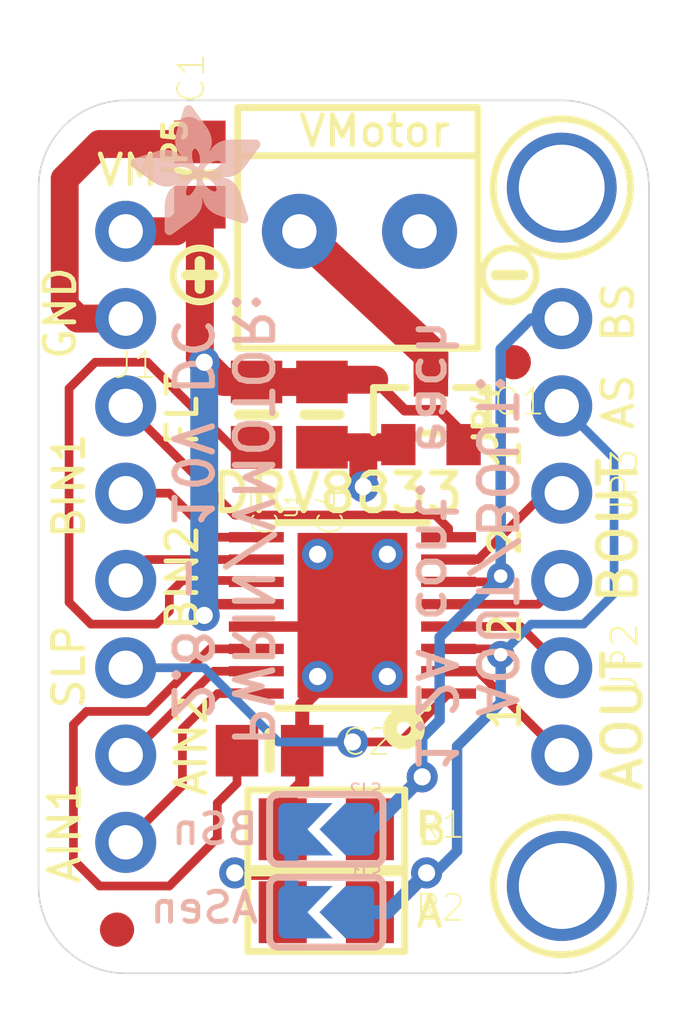
<source format=kicad_pcb>
(kicad_pcb (version 20211014) (generator pcbnew)
  (layers (0 "F.Cu" signal) (31 "B.Cu" signal) (34 "B.Paste" user) (35 "F.Paste" user) (36 "B.SilkS" user "B.Silkscreen") (37 "F.SilkS" user "F.Silkscreen") (38 "B.Mask" user) (39 "F.Mask" user) (44 "Edge.Cuts" user))
  (net 0 "")
  (net 1 "/VINT")
  (net 2 "GND")
  (net 3 "Net-(C3-Pad2)")
  (net 4 "Net-(J1-Pad1)")
  (net 5 "VMOTOR")
  (net 6 "Net-(JP2-Pad2)")
  (net 7 "Net-(JP2-Pad1)")
  (net 8 "Net-(JP3-Pad2)")
  (net 9 "Net-(JP3-Pad1)")
  (net 10 "/BSEN")
  (net 11 "/ASEN")
  (net 12 "/AIN1")
  (net 13 "/AIN2")
  (net 14 "/~{SLEEP}")
  (net 15 "/BIN2")
  (net 16 "/BIN1")
  (net 17 "/NFAULT")
  (footprint "Adafruit DRV8833:_1206" (layer "F.Cu") (at 147.9931 113.5126)
    (fp_text reference "R1" (at 2.54 -0.127) (layer "F.SilkS") (effects (font (size 0.75948 0.75948) (thickness 0.05332)) (justify left)))
    (fp_text value "0.2Ω")
    (pad "1" smd rect (at -1.27 0) (size 1.4 1.8) (layers "F.Cu" "F.Paste" "F.Mask") (net 2 "GND"))
    (pad "2" smd rect (at 1.27 0) (size 1.4 1.8) (layers "F.Cu" "F.Paste" "F.Mask") (net 10 "/BSEN"))
  )
  (footprint "Adafruit DRV8833:HTSSOP16" (layer "F.Cu") (at 148.7551 107.2896 90)
    (fp_text reference "U1" (at 2.794 -1.778 90) (layer "F.SilkS") (effects (font (size 0.35308 0.35308) (thickness 0.05332)) (justify left)))
    (fp_text value "DRV8833PWPR")
    (pad "1" smd rect (at -2.275 2.8 90) (size 0.3 1.6) (layers "F.Cu" "F.Paste" "F.Mask") (net 14 "/~{SLEEP}"))
    (pad "2" smd rect (at -1.625 2.8 90) (size 0.3 1.6) (layers "F.Cu" "F.Paste" "F.Mask") (net 6 "Net-(JP2-Pad2)"))
    (pad "3" smd rect (at -0.975 2.8 90) (size 0.3 1.6) (layers "F.Cu" "F.Paste" "F.Mask") (net 11 "/ASEN"))
    (pad "4" smd rect (at -0.325 2.8 90) (size 0.3 1.6) (layers "F.Cu" "F.Paste" "F.Mask") (net 7 "Net-(JP2-Pad1)"))
    (pad "5" smd rect (at 0.325 2.8 90) (size 0.3 1.6) (layers "F.Cu" "F.Paste" "F.Mask") (net 8 "Net-(JP3-Pad2)"))
    (pad "6" smd rect (at 0.975 2.8 90) (size 0.3 1.6) (layers "F.Cu" "F.Paste" "F.Mask") (net 10 "/BSEN"))
    (pad "7" smd rect (at 1.625 2.8 90) (size 0.3 1.6) (layers "F.Cu" "F.Paste" "F.Mask") (net 9 "Net-(JP3-Pad1)"))
    (pad "8" smd rect (at 2.275 2.8 90) (size 0.3 1.6) (layers "F.Cu" "F.Paste" "F.Mask") (net 17 "/NFAULT"))
    (pad "9" smd rect (at 2.275 -2.8 90) (size 0.3 1.6) (layers "F.Cu" "F.Paste" "F.Mask") (net 16 "/BIN1"))
    (pad "10" smd rect (at 1.625 -2.8 90) (size 0.3 1.6) (layers "F.Cu" "F.Paste" "F.Mask") (net 15 "/BIN2"))
    (pad "11" smd rect (at 0.975 -2.8 90) (size 0.3 1.6) (layers "F.Cu" "F.Paste" "F.Mask") (net 3 "Net-(C3-Pad2)"))
    (pad "12" smd rect (at 0.325 -2.8 90) (size 0.3 1.6) (layers "F.Cu" "F.Paste" "F.Mask") (net 5 "VMOTOR"))
    (pad "13" smd rect (at -0.325 -2.8 90) (size 0.3 1.6) (layers "F.Cu" "F.Paste" "F.Mask") (net 2 "GND"))
    (pad "14" smd rect (at -0.975 -2.8 90) (size 0.3 1.6) (layers "F.Cu" "F.Paste" "F.Mask") (net 1 "/VINT"))
    (pad "15" smd rect (at -1.625 -2.8 90) (size 0.3 1.6) (layers "F.Cu" "F.Paste" "F.Mask") (net 13 "/AIN2"))
    (pad "16" smd rect (at -2.275 -2.8 90) (size 0.3 1.6) (layers "F.Cu" "F.Paste" "F.Mask") (net 12 "/AIN1"))
    (pad "PPAD" smd rect (at 0 0 90) (size 4.8 3.2) (layers "F.Cu" "F.Mask") (net 2 "GND"))
  )
  (footprint "Adafruit DRV8833:TERMBLOCK_1X2-3.5MM" (layer "F.Cu") (at 149.0091 96.1136 180)
    (fp_text reference "J1" (at 5.89 -3.89) (layer "F.SilkS") (effects (font (size 0.75948 0.75948) (thickness 0.05332)) (justify right)))
    (fp_text value "VMOTORIN" hide)
    (pad "1" thru_hole circle (at 1.8 0 180) (size 2.1844 2.1844) (drill 1) (layers *.Cu *.Mask) (net 4 "Net-(J1-Pad1)"))
    (pad "2" thru_hole circle (at -1.7 0 180) (size 2.1844 2.1844) (drill 1) (layers *.Cu *.Mask) (net 2 "GND"))
  )
  (footprint "Adafruit DRV8833:FIDUCIAL_1MM" (layer "F.Cu") (at 153.4541 99.9236)
    (fp_text reference "FID1" hide)
    (fp_text value "FIDUCIAL\"\"" hide)
    (pad "1" smd roundrect (at 0 0) (size 1 1) (layers "F.Cu" "F.Mask") (roundrect_rratio 0.5))
  )
  (footprint "Adafruit DRV8833:MOUNTINGHOLE_2.5_PLATED" (layer "F.Cu") (at 154.8511 115.1636)
    (fp_text reference "U$14" hide)
    (fp_text value "MOUNTINGHOLE2.5" hide)
    (pad "P$1" thru_hole circle (at 0 0) (size 3.2 3.2) (drill 2.5) (layers *.Cu *.Mask))
  )
  (footprint "Adafruit DRV8833:_1206" (layer "F.Cu") (at 147.9931 115.9256)
    (fp_text reference "R2" (at 2.54 -0.127) (layer "F.SilkS") (effects (font (size 0.75948 0.75948) (thickness 0.05332)) (justify left)))
    (fp_text value "0.2Ω")
    (pad "1" smd rect (at -1.27 0) (size 1.4 1.8) (layers "F.Cu" "F.Paste" "F.Mask") (net 2 "GND"))
    (pad "2" smd rect (at 1.27 0) (size 1.4 1.8) (layers "F.Cu" "F.Paste" "F.Mask") (net 11 "/ASEN"))
  )
  (footprint "Adafruit DRV8833:SYMBOL_PLUS" (layer "F.Cu") (at 144.3101 97.3836)
    (fp_text reference "U$15" hide)
    (fp_text value "" hide)
  )
  (footprint "Adafruit DRV8833:1X08_ROUND_70" (layer "F.Cu") (at 142.1511 105.0036 -90)
    (fp_text reference "JP5" (at -10.2362 -1.8288 -90) (layer "F.SilkS") (effects (font (size 0.666496 0.666496) (thickness 0.146304)) (justify left bottom)))
    (fp_text value "HEADER-1X870MIL")
    (pad "1" thru_hole circle (at -8.89 0) (size 1.778 1.778) (drill 1) (layers *.Cu *.Mask) (net 5 "VMOTOR"))
    (pad "2" thru_hole circle (at -6.35 0) (size 1.778 1.778) (drill 1) (layers *.Cu *.Mask) (net 2 "GND"))
    (pad "3" thru_hole circle (at -3.81 0) (size 1.778 1.778) (drill 1) (layers *.Cu *.Mask) (net 17 "/NFAULT"))
    (pad "4" thru_hole circle (at -1.27 0) (size 1.778 1.778) (drill 1) (layers *.Cu *.Mask) (net 16 "/BIN1"))
    (pad "5" thru_hole circle (at 1.27 0) (size 1.778 1.778) (drill 1) (layers *.Cu *.Mask) (net 15 "/BIN2"))
    (pad "6" thru_hole circle (at 3.81 0) (size 1.778 1.778) (drill 1) (layers *.Cu *.Mask) (net 14 "/~{SLEEP}"))
    (pad "7" thru_hole circle (at 6.35 0) (size 1.778 1.778) (drill 1) (layers *.Cu *.Mask) (net 13 "/AIN2"))
    (pad "8" thru_hole circle (at 8.89 0) (size 1.778 1.778) (drill 1) (layers *.Cu *.Mask) (net 12 "/AIN1"))
  )
  (footprint "Adafruit DRV8833:MOUNTINGHOLE_2.5_PLATED" (layer "F.Cu") (at 154.8511 94.8436)
    (fp_text reference "U$13" hide)
    (fp_text value "MOUNTINGHOLE2.5" hide)
    (pad "P$1" thru_hole circle (at 0 0) (size 3.2 3.2) (drill 2.5) (layers *.Cu *.Mask))
  )
  (footprint "Adafruit DRV8833:FIDUCIAL_1MM" (layer "F.Cu") (at 141.8971 116.4336)
    (fp_text reference "FID2" hide)
    (fp_text value "FIDUCIAL\"\"" hide)
    (pad "1" smd roundrect (at 0 0) (size 1 1) (layers "F.Cu" "F.Mask") (roundrect_rratio 0.5))
  )
  (footprint "Adafruit DRV8833:0805-NO" (layer "F.Cu") (at 145.9611 101.4476 -90)
    (fp_text reference "C3" (at 2.032 -0.254 90) (layer "F.SilkS") (effects (font (size 0.75948 0.75948) (thickness 0.05332)) (justify right)))
    (fp_text value "0.1uF")
    (pad "1" smd rect (at -0.95 0 270) (size 1.24 1.5) (layers "F.Cu" "F.Paste" "F.Mask") (net 5 "VMOTOR"))
    (pad "2" smd rect (at 0.95 0 270) (size 1.24 1.5) (layers "F.Cu" "F.Paste" "F.Mask") (net 3 "Net-(C3-Pad2)"))
  )
  (footprint "Adafruit DRV8833:SYMBOL_MINUS" (layer "F.Cu") (at 153.3271 97.3836)
    (fp_text reference "U$16" hide)
    (fp_text value "" hide)
  )
  (footprint "Adafruit DRV8833:0805-NO" (layer "F.Cu") (at 144.3101 94.4626 90)
    (fp_text reference "C1" (at 2.032 -0.254 90) (layer "F.SilkS") (effects (font (size 0.75948 0.75948) (thickness 0.05332)) (justify left)))
    (fp_text value "10µF/16V")
    (pad "1" smd rect (at -0.95 0 90) (size 1.24 1.5) (layers "F.Cu" "F.Paste" "F.Mask") (net 5 "VMOTOR"))
    (pad "2" smd rect (at 0.95 0 90) (size 1.24 1.5) (layers "F.Cu" "F.Paste" "F.Mask") (net 2 "GND"))
  )
  (footprint "Adafruit DRV8833:1X02_ROUND" (layer "F.Cu") (at 154.8511 105.0036 -90)
    (fp_text reference "JP3" (at -2.6162 -1.8288 90) (layer "F.SilkS") (effects (font (size 0.74615 0.74615) (thickness 0.06665)) (justify right)))
    (fp_text value "HEADER-1X2ROUND")
    (pad "1" thru_hole circle (at -1.27 0) (size 1.778 1.778) (drill 1) (layers *.Cu *.Mask) (net 9 "Net-(JP3-Pad1)"))
    (pad "2" thru_hole circle (at 1.27 0) (size 1.778 1.778) (drill 1) (layers *.Cu *.Mask) (net 8 "Net-(JP3-Pad2)"))
  )
  (footprint "Adafruit DRV8833:SOT23-WIDE" (layer "F.Cu") (at 151.0411 101.3206)
    (fp_text reference "Q1" (at 1.778 -0.254) (layer "F.SilkS") (effects (font (size 0.75948 0.75948) (thickness 0.05332)) (justify left)))
    (fp_text value "DMG3415U")
    (pad "1" smd rect (at -0.95 1) (size 1 1.2) (layers "F.Cu" "F.Paste" "F.Mask") (net 2 "GND"))
    (pad "2" smd rect (at 0.95 1) (size 1 1.2) (layers "F.Cu" "F.Paste" "F.Mask") (net 5 "VMOTOR"))
    (pad "3" smd rect (at 0 -1) (size 1 1.2) (layers "F.Cu" "F.Paste" "F.Mask") (net 4 "Net-(J1-Pad1)"))
  )
  (footprint "Adafruit DRV8833:1X02_ROUND" (layer "F.Cu") (at 154.8511 99.9236 90)
    (fp_text reference "JP4" (at -2.6162 -1.8288 90) (layer "F.SilkS") (effects (font (size 0.666496 0.666496) (thickness 0.146304)) (justify left bottom)))
    (fp_text value "HEADER-1X2ROUND")
    (pad "1" thru_hole circle (at -1.27 0 180) (size 1.778 1.778) (drill 1) (layers *.Cu *.Mask) (net 11 "/ASEN"))
    (pad "2" thru_hole circle (at 1.27 0 180) (size 1.778 1.778) (drill 1) (layers *.Cu *.Mask) (net 10 "/BSEN"))
  )
  (footprint "Adafruit DRV8833:0805-NO" (layer "F.Cu") (at 147.8661 101.4476 -90)
    (fp_text reference "C4" (at 2.032 -0.254 90) (layer "F.SilkS") (effects (font (size 0.75948 0.75948) (thickness 0.05332)) (justify right)))
    (fp_text value "10µF/16V")
    (pad "1" smd rect (at -0.95 0 270) (size 1.24 1.5) (layers "F.Cu" "F.Paste" "F.Mask") (net 5 "VMOTOR"))
    (pad "2" smd rect (at 0.95 0 270) (size 1.24 1.5) (layers "F.Cu" "F.Paste" "F.Mask") (net 2 "GND"))
  )
  (footprint "Adafruit DRV8833:0805-NO" (layer "F.Cu") (at 146.3421 111.2266)
    (fp_text reference "C2" (at 2.032 -0.254) (layer "F.SilkS") (effects (font (size 0.75948 0.75948) (thickness 0.05332)) (justify left)))
    (fp_text value "10µF")
    (pad "1" smd rect (at -0.95 0) (size 1.24 1.5) (layers "F.Cu" "F.Paste" "F.Mask") (net 1 "/VINT"))
    (pad "2" smd rect (at 0.95 0) (size 1.24 1.5) (layers "F.Cu" "F.Paste" "F.Mask") (net 2 "GND"))
  )
  (footprint "Adafruit DRV8833:1X02_ROUND" (layer "F.Cu") (at 154.8511 110.0836 -90)
    (fp_text reference "JP2" (at -2.6162 -1.8288 90) (layer "F.SilkS") (effects (font (size 0.74615 0.74615) (thickness 0.06665)) (justify right)))
    (fp_text value "HEADER-1X2ROUND")
    (pad "1" thru_hole circle (at -1.27 0) (size 1.778 1.778) (drill 1) (layers *.Cu *.Mask) (net 7 "Net-(JP2-Pad1)"))
    (pad "2" thru_hole circle (at 1.27 0) (size 1.778 1.778) (drill 1) (layers *.Cu *.Mask) (net 6 "Net-(JP2-Pad2)"))
  )
  (footprint "Adafruit DRV8833:ADAFRUIT_3.5MM" (layer "B.Cu") (at 146.0881 96.2406 180)
    (fp_text reference "U$17" hide)
    (fp_text value "" hide)
  )
  (footprint "Adafruit DRV8833:SOLDERJUMPER_ARROW_NOPASTE" (layer "B.Cu") (at 147.9931 115.9256 180)
    (fp_text reference "SJ1" (at -1.651 1.143) (layer "B.SilkS") (effects (font (size 0.35308 0.35308) (thickness 0.05332)) (justify left mirror)))
    (fp_text value "ISENSEA")
    (fp_poly (pts (xy 0.201021 0) (xy -0.560979 -0.762) (xy -1.1684 -0.762) (xy -1.1684 0.762) (xy -0.560979 0.762)) (layer "B.Cu") (width 0) (fill solid))
    (fp_poly (pts (xy 1.1684 -0.762) (xy -0.186831 -0.762) (xy 0.548892 0) (xy -0.186831 0.762) (xy 1.1684 0.762)) (layer "B.Cu") (width 0) (fill solid))
    (pad "1" smd roundrect (at -1.016 0 180) (size 0.762 1.524) (layers "B.Cu") (net 11 "/ASEN"))
    (pad "2" smd roundrect (at 1.016 0 180) (size 0.762 1.524) (layers "B.Cu") (net 2 "GND"))
  )
  (footprint "Adafruit DRV8833:SOLDERJUMPER_ARROW_NOPASTE" (layer "B.Cu") (at 147.9931 113.5126 180)
    (fp_text reference "SJ2" (at -1.651 1.143) (layer "B.SilkS") (effects (font (size 0.35308 0.35308) (thickness 0.05332)) (justify left mirror)))
    (fp_text value "ISENSEB")
    (fp_poly (pts (xy 0.201021 0) (xy -0.560979 -0.762) (xy -1.1684 -0.762) (xy -1.1684 0.762) (xy -0.560979 0.762)) (layer "B.Cu") (width 0) (fill solid))
    (fp_poly (pts (xy 1.1684 -0.762) (xy -0.186831 -0.762) (xy 0.548892 0) (xy -0.186831 0.762) (xy 1.1684 0.762)) (layer "B.Cu") (width 0) (fill solid))
    (pad "1" smd roundrect (at -1.016 0 180) (size 0.762 1.524) (layers "B.Cu") (net 10 "/BSEN"))
    (pad "2" smd roundrect (at 1.016 0 180) (size 0.762 1.524) (layers "B.Cu") (net 2 "GND"))
  )
  (gr_line (start 142.1511 92.3036) (end 154.8511 92.3036) (layer "Edge.Cuts") (width 0.05))
  (gr_arc (start 139.6111 94.8436) (mid 140.355049 93.047549) (end 142.1511 92.3036) (layer "Edge.Cuts") (width 0.05))
  (gr_line (start 154.8511 117.7036) (end 142.1511 117.7036) (layer "Edge.Cuts") (width 0.05))
  (gr_arc (start 157.3911 115.1636) (mid 156.647151 116.959651) (end 154.8511 117.7036) (layer "Edge.Cuts") (width 0.05))
  (gr_arc (start 154.8511 92.3036) (mid 156.647151 93.047549) (end 157.3911 94.8436) (layer "Edge.Cuts") (width 0.05))
  (gr_line (start 157.3911 94.8436) (end 157.3911 115.1636) (layer "Edge.Cuts") (width 0.05))
  (gr_line (start 139.6111 115.1636) (end 139.6111 94.8436) (layer "Edge.Cuts") (width 0.05))
  (gr_arc (start 142.1511 117.7036) (mid 140.355049 116.959651) (end 139.6111 115.1636) (layer "Edge.Cuts") (width 0.05))
  (gr_text "AOUT/BOUT:\n1.2A cont. each" (at 152.0571 105.2576 -90) (layer "B.SilkS") (effects (font (size 1.0922 1.0922) (thickness 0.1778)) (justify mirror)))
  (gr_text "ASen" (at 146.0881 116.3066) (layer "B.SilkS") (effects (font (size 0.87376 0.87376) (thickness 0.14224)) (justify left bottom mirror)))
  (gr_text "BSn" (at 146.0881 114.0206) (layer "B.SilkS") (effects (font (size 0.87376 0.87376) (thickness 0.14224)) (justify left bottom mirror)))
  (gr_text "PWRIN/VMOTOR:\n2.8 - 10V DC" (at 144.9451 104.4956 -90) (layer "B.SilkS") (effects (font (size 1.0922 1.0922) (thickness 0.1778)) (justify mirror)))
  (gr_text "1" (at 153.7081 110.7186 90) (layer "F.SilkS") (effects (font (size 0.87376 0.87376) (thickness 0.14224)) (justify left bottom)))
  (gr_text "2" (at 153.7081 105.6386 90) (layer "F.SilkS") (effects (font (size 0.87376 0.87376) (thickness 0.14224)) (justify left bottom)))
  (gr_text "GND" (at 140.7541 99.9236 90) (layer "F.SilkS") (effects (font (size 0.87376 0.87376) (thickness 0.14224)) (justify left bottom)))
  (gr_text "VMotor" (at 151.6761 92.6846) (layer "F.SilkS") (effects (font (size 0.87376 0.87376) (thickness 0.14224)) (justify right top)))
  (gr_text "2" (at 153.7081 108.1786 90) (layer "F.SilkS") (effects (font (size 0.87376 0.87376) (thickness 0.14224)) (justify left bottom)))
  (gr_text "AOUT" (at 157.2641 112.4966 90) (layer "F.SilkS") (effects (font (size 1.0922 1.0922) (thickness 0.1778)) (justify left bottom)))
  (gr_text "DRV8833" (at 144.5641 104.3686) (layer "F.SilkS") (effects (font (size 1.0922 1.0922) (thickness 0.1778)) (justify left bottom)))
  (gr_text "1" (at 153.7081 103.0986 90) (layer "F.SilkS") (effects (font (size 0.87376 0.87376) (thickness 0.14224)) (justify left bottom)))
  (gr_text "BOUT" (at 157.1371 107.0356 90) (layer "F.SilkS") (effects (font (size 1.0922 1.0922) (thickness 0.1778)) (justify left bottom)))
  (gr_text "BIN1" (at 141.0081 105.1306 90) (layer "F.SilkS") (effects (font (size 0.87376 0.87376) (thickness 0.14224)) (justify left bottom)))
  (gr_text "BIN2" (at 144.3101 107.7976 90) (layer "F.SilkS") (effects (font (size 0.87376 0.87376) (thickness 0.14224)) (justify left bottom)))
  (gr_text "AIN2" (at 144.5641 112.6236 90) (layer "F.SilkS") (effects (font (size 0.87376 0.87376) (thickness 0.14224)) (justify left bottom)))
  (gr_text "SLP" (at 141.0081 110.0836 90) (layer "F.SilkS") (effects (font (size 0.87376 0.87376) (thickness 0.14224)) (justify left bottom)))
  (gr_text "A" (at 150.5331 116.4336) (layer "F.SilkS") (effects (font (size 0.87376 0.87376) (thickness 0.14224)) (justify left bottom)))
  (gr_text "FLT" (at 144.3101 102.4636 90) (layer "F.SilkS") (effects (font (size 0.87376 0.87376) (thickness 0.14224)) (justify left bottom)))
  (gr_text "AS" (at 157.0101 101.9556 90) (layer "F.SilkS") (effects (font (size 0.87376 0.87376) (thickness 0.14224)) (justify left bottom)))
  (gr_text "AIN1" (at 140.8811 115.1636 90) (layer "F.SilkS") (effects (font (size 0.87376 0.87376) (thickness 0.14224)) (justify left bottom)))
  (gr_text "BS" (at 157.0101 99.4156 90) (layer "F.SilkS") (effects (font (size 0.87376 0.87376) (thickness 0.14224)) (justify left bottom)))
  (gr_text "VM" (at 143.1671 93.8276) (layer "F.SilkS") (effects (font (size 0.87376 0.87376) (thickness 0.14224)) (justify right top)))
  (gr_text "B" (at 150.5331 114.0206) (layer "F.SilkS") (effects (font (size 0.87376 0.87376) (thickness 0.14224)) (justify left bottom)))
  (segment (start 144.8181 112.7506) (end 145.3921 112.1766) (width 0.254) (layer "F.Cu") (net 1))
  (segment (start 140.6271 114.4016) (end 141.3891 115.1636) (width 0.254) (layer "F.Cu") (net 1))
  (segment (start 144.6051 108.2646) (end 142.7861 110.0836) (width 0.254) (layer "F.Cu") (net 1))
  (segment (start 145.9551 108.2646) (end 144.6051 108.2646) (width 0.254) (layer "F.Cu") (net 1))
  (segment (start 141.0081 110.0836) (end 140.6271 110.4646) (width 0.254) (layer "F.Cu") (net 1))
  (segment (start 144.8181 113.7666) (end 144.8181 112.7506) (width 0.254) (layer "F.Cu") (net 1))
  (segment (start 141.3891 115.1636) (end 143.4211 115.1636) (width 0.254) (layer "F.Cu") (net 1))
  (segment (start 143.4211 115.1636) (end 144.8181 113.7666) (width 0.254) (layer "F.Cu") (net 1))
  (segment (start 145.3921 111.2266) (end 145.3921 112.1766) (width 0.254) (layer "F.Cu") (net 1))
  (segment (start 142.7861 110.0836) (end 141.0081 110.0836) (width 0.254) (layer "F.Cu") (net 1))
  (segment (start 140.6271 110.4646) (end 140.6271 114.4016) (width 0.254) (layer "F.Cu") (net 1))
  (segment (start 146.7231 113.5126) (end 146.7231 115.9256) (width 0.4064) (layer "F.Cu") (net 2))
  (segment (start 147.2921 111.2266) (end 147.2921 112.1816) (width 0.4064) (layer "F.Cu") (net 2))
  (segment (start 146.7231 114.7826) (end 145.3261 114.7826) (width 0.4064) (layer "F.Cu") (net 2))
  (segment (start 147.9931 109.1946) (end 147.9931 107.7416) (width 0.4064) (layer "F.Cu") (net 2))
  (segment (start 147.2921 112.1816) (end 146.7231 112.7506) (width 0.4064) (layer "F.Cu") (net 2))
  (segment (start 148.4301 107.6146) (end 148.4301 107.6146) (width 0.3048) (layer "F.Cu") (net 2))
  (segment (start 148.1201 107.6146) (end 148.4301 107.6146) (width 0.3048) (layer "F.Cu") (net 2))
  (segment (start 141.3891 93.5736) (end 144.2491 93.5736) (width 0.8128) (layer "F.Cu") (net 2))
  (segment (start 140.7541 98.6536) (end 140.3731 98.2726) (width 0.8128) (layer "F.Cu") (net 2))
  (segment (start 147.8661 102.3976) (end 149.0726 102.3976) (width 0.8128) (layer "F.Cu") (net 2))
  (segment (start 147.9931 107.7416) (end 148.1201 107.6146) (width 0.4064) (layer "F.Cu") (net 2))
  (segment (start 147.9931 109.1946) (end 148.5011 108.6866) (width 0.4064) (layer "F.Cu") (net 2))
  (segment (start 149.905206 102.3976) (end 149.0726 102.3976) (width 0.8128) (layer "F.Cu") (net 2))
  (segment (start 144.3101 93.5126) (end 143.9901 93.1926) (width 0.8128) (layer "F.Cu") (net 2))
  (segment (start 148.65991 107.51941) (end 148.7551 107.2896) (width 0.3048) (layer "F.Cu") (net 2))
  (segment (start 146.7231 115.9256) (end 146.7231 114.7826) (width 0.4064) (layer "F.Cu") (net 2))
  (segment (start 145.9551 107.6146) (end 148.1201 107.6146) (width 0.3048) (layer "F.Cu") (net 2))
  (segment (start 149.905206 102.3976) (end 149.905206 102.3976) (width 0.8128) (layer "F.Cu") (net 2))
  (segment (start 146.7231 112.7506) (end 146.7231 113.5126) (width 0.4064) (layer "F.Cu") (net 2))
  (segment (start 144.2491 93.5736) (end 144.3101 93.5126) (width 0.8128) (layer "F.Cu") (net 2))
  (segment (start 147.2921 109.8956) (end 147.9931 109.1946) (width 0.4064) (layer "F.Cu") (net 2))
  (segment (start 140.3731 98.2726) (end 140.3731 94.5896) (width 0.8128) (layer "F.Cu") (net 2))
  (segment (start 148.4301 107.6146) (end 148.554472 107.589861) (width 0.3048) (layer "F.Cu") (net 2))
  (segment (start 149.905206 102.3976) (end 150.0911 102.3206) (width 0.8128) (layer "F.Cu") (net 2))
  (segment (start 149.0726 102.3976) (end 149.0726 103.5431) (width 0.8128) (layer "F.Cu") (net 2))
  (segment (start 147.2921 111.2266) (end 147.2921 109.8956) (width 0.4064) (layer "F.Cu") (net 2))
  (segment (start 148.554472 107.589861) (end 148.65991 107.51941) (width 0.3048) (layer "F.Cu") (net 2))
  (segment (start 142.1511 98.6536) (end 140.7541 98.6536) (width 0.8128) (layer "F.Cu") (net 2))
  (segment (start 140.3731 94.5896) (end 141.3891 93.5736) (width 0.8128) (layer "F.Cu") (net 2))
  (via (at 149.0726 103.5431) (size 0.9064) (drill 0.5) (layers "F.Cu" "B.Cu") (net 2))
  (via (at 149.7711 105.5116) (size 0.9064) (drill 0.5) (layers "F.Cu" "B.Cu") (net 2))
  (via (at 147.7391 109.0676) (size 0.9064) (drill 0.5) (layers "F.Cu" "B.Cu") (net 2))
  (via (at 149.7711 109.0676) (size 0.9064) (drill 0.5) (layers "F.Cu" "B.Cu") (net 2))
  (via (at 147.7391 105.5116) (size 0.9064) (drill 0.5) (layers "F.Cu" "B.Cu") (net 2))
  (via (at 145.3261 114.7826) (size 0.9064) (drill 0.5) (layers "F.Cu" "B.Cu") (net 2))
  (segment (start 146.9771 115.9256) (end 146.9771 113.5126) (width 0.4064) (layer "B.Cu") (net 2))
  (segment (start 149.0726 103.5431) (end 149.2631 103.3526) (width 0.4064) (layer "B.Cu") (net 2))
  (segment (start 143.4211 106.6546) (end 143.4211 107.1626) (width 0.254) (layer "F.Cu") (net 3))
  (segment (start 141.1351 107.5436) (end 140.5001 106.9086) (width 0.254) (layer "F.Cu") (net 3))
  (segment (start 141.2621 99.9236) (end 142.7861 99.9236) (width 0.254) (layer "F.Cu") (net 3))
  (segment (start 145.9611 102.3976) (end 145.2601 102.3976) (width 0.254) (layer "F.Cu") (net 3))
  (segment (start 143.4211 106.6546) (end 143.8021 106.2736) (width 0.254) (layer "F.Cu") (net 3))
  (segment (start 140.5001 100.6856) (end 141.2621 99.9236) (width 0.254) (layer "F.Cu") (net 3))
  (segment (start 142.7861 99.9236) (end 145.2601 102.3976) (width 0.254) (layer "F.Cu") (net 3))
  (segment (start 143.8021 106.2736) (end 145.9141 106.2736) (width 0.254) (layer "F.Cu") (net 3))
  (segment (start 143.0401 107.5436) (end 141.1351 107.5436) (width 0.254) (layer "F.Cu") (net 3))
  (segment (start 140.5001 106.9086) (end 140.5001 100.6856) (width 0.254) (layer "F.Cu") (net 3))
  (segment (start 143.4211 107.1626) (end 143.0401 107.5436) (width 0.254) (layer "F.Cu") (net 3))
  (segment (start 145.9141 106.2736) (end 145.9551 106.3146) (width 0.254) (layer "F.Cu") (net 3))
  (segment (start 151.0411 99.6916) (end 151.0411 100.3206) (width 1.016) (layer "F.Cu") (net 4))
  (segment (start 147.2091 96.1136) (end 151.0411 99.6916) (width 1.016) (layer "F.Cu") (net 4))
  (segment (start 147.8661 100.4976) (end 147.9321 100.4316) (width 0.8128) (layer "F.Cu") (net 5))
  (segment (start 149.3901 100.4316) (end 150.2791 101.3206) (width 0.3048) (layer "F.Cu") (net 5))
  (segment (start 145.9551 106.9646) (end 144.7621 106.9646) (width 0.3048) (layer "F.Cu") (net 5))
  (segment (start 144.3101 95.4126) (end 144.3101 99.7966) (width 0.8128) (layer "F.Cu") (net 5))
  (segment (start 142.1511 96.1136) (end 143.6091 96.1136) (width 0.8128) (layer "F.Cu") (net 5))
  (segment (start 147.9321 100.4316) (end 149.3901 100.4316) (width 0.8128) (layer "F.Cu") (net 5))
  (segment (start 144.3101 99.7966) (end 144.4371 99.9236) (width 0.8128) (layer "F.Cu") (net 5))
  (segment (start 151.2951 101.3206) (end 151.9911 102.0166) (width 0.3048) (layer "F.Cu") (net 5))
  (segment (start 145.0111 100.4976) (end 145.9611 100.4976) (width 0.8128) (layer "F.Cu") (net 5))
  (segment (start 144.7621 106.9646) (end 144.4371 107.2896) (width 0.3048) (layer "F.Cu") (net 5))
  (segment (start 145.9611 100.4976) (end 147.8661 100.4976) (width 0.8128) (layer "F.Cu") (net 5))
  (segment (start 150.2791 101.3206) (end 151.2951 101.3206) (width 0.3048) (layer "F.Cu") (net 5))
  (segment (start 151.9911 102.0166) (end 151.9911 102.3206) (width 0.4064) (layer "F.Cu") (net 5))
  (segment (start 143.6091 96.1136) (end 144.3101 95.4126) (width 0.8128) (layer "F.Cu") (net 5))
  (segment (start 144.4371 99.9236) (end 145.0111 100.4976) (width 0.8128) (layer "F.Cu") (net 5))
  (via (at 144.4371 99.9236) (size 0.9064) (drill 0.5) (layers "F.Cu" "B.Cu") (net 5))
  (via (at 144.4371 107.2896) (size 0.9064) (drill 0.5) (layers "F.Cu" "B.Cu") (net 5))
  (segment (start 144.4371 107.2896) (end 144.4371 99.9236) (width 0.8128) (layer "B.Cu") (net 5))
  (segment (start 152.4121 108.9146) (end 154.8511 111.3536) (width 0.254) (layer "F.Cu") (net 6))
  (segment (start 151.5551 108.9146) (end 152.4121 108.9146) (width 0.254) (layer "F.Cu") (net 6))
  (segment (start 151.5551 107.6146) (end 153.6521 107.6146) (width 0.254) (layer "F.Cu") (net 7))
  (segment (start 153.6521 107.6146) (end 154.8511 108.8136) (width 0.254) (layer "F.Cu") (net 7))
  (segment (start 151.5551 106.9646) (end 154.1601 106.9646) (width 0.254) (layer "F.Cu") (net 8))
  (segment (start 154.1601 106.9646) (end 154.8511 106.2736) (width 0.254) (layer "F.Cu") (net 8))
  (segment (start 152.4121 105.6646) (end 154.3431 103.7336) (width 0.254) (layer "F.Cu") (net 9))
  (segment (start 151.5551 105.6646) (end 152.4121 105.6646) (width 0.254) (layer "F.Cu") (net 9))
  (segment (start 154.3431 103.7336) (end 154.8511 103.7336) (width 0.254) (layer "F.Cu") (net 9))
  (segment (start 149.2631 113.5126) (end 150.7871 111.9886) (width 0.4064) (layer "F.Cu") (net 10))
  (segment (start 151.5551 106.3146) (end 152.9051 106.3146) (width 0.254) (layer "F.Cu") (net 10))
  (segment (start 152.9051 106.3146) (end 153.0731 106.1466) (width 0.254) (layer "F.Cu") (net 10))
  (via (at 153.0731 106.1466) (size 0.8001) (drill 0.3937) (layers "F.Cu" "B.Cu") (net 10))
  (via (at 150.7871 111.9886) (size 0.9064) (drill 0.5) (layers "F.Cu" "B.Cu") (net 10))
  (segment (start 153.0731 106.1466) (end 151.2951 107.9246) (width 0.3048) (layer "B.Cu") (net 10))
  (segment (start 149.2631 113.5126) (end 150.7871 111.9886) (width 0.4064) (layer "B.Cu") (net 10))
  (segment (start 153.0731 106.1466) (end 153.0731 99.5426) (width 0.3048) (layer "B.Cu") (net 10))
  (segment (start 151.2951 110.3376) (end 150.7871 110.8456) (width 0.3048) (layer "B.Cu") (net 10))
  (segment (start 150.7871 110.8456) (end 150.7871 111.9886) (width 0.3048) (layer "B.Cu") (net 10))
  (segment (start 153.0731 99.5426) (end 153.9621 98.6536) (width 0.3048) (layer "B.Cu") (net 10))
  (segment (start 153.9621 98.6536) (end 154.8511 98.6536) (width 0.3048) (layer "B.Cu") (net 10))
  (segment (start 151.2951 107.9246) (end 151.2951 110.3376) (width 0.3048) (layer "B.Cu") (net 10))
  (segment (start 149.0091 113.5126) (end 149.2631 113.5126) (width 0.4064) (layer "B.Cu") (net 10))
  (segment (start 149.2631 115.9256) (end 149.7711 115.9256) (width 0.4064) (layer "F.Cu") (net 11))
  (segment (start 151.5551 108.2646) (end 152.9051 108.2646) (width 0.254) (layer "F.Cu") (net 11))
  (segment (start 149.7711 115.9256) (end 150.9141 114.7826) (width 0.4064) (layer "F.Cu") (net 11))
  (segment (start 152.9051 108.2646) (end 153.0731 108.4326) (width 0.254) (layer "F.Cu") (net 11))
  (via (at 153.0731 108.4326) (size 0.8001) (drill 0.3937) (layers "F.Cu" "B.Cu") (net 11))
  (via (at 150.9141 114.7826) (size 0.9064) (drill 0.5) (layers "F.Cu" "B.Cu") (net 11))
  (segment (start 156.3751 106.6546) (end 156.3751 102.7176) (width 0.254) (layer "B.Cu") (net 11))
  (segment (start 151.8031 111.0996) (end 153.0731 109.8296) (width 0.3048) (layer "B.Cu") (net 11))
  (segment (start 153.0731 109.8296) (end 153.0731 108.4326) (width 0.3048) (layer "B.Cu") (net 11))
  (segment (start 151.8031 114.1476) (end 151.1681 114.7826) (width 0.3048) (layer "B.Cu") (net 11))
  (segment (start 149.7711 115.9256) (end 150.9141 114.7826) (width 0.4064) (layer "B.Cu") (net 11))
  (segment (start 149.0091 115.9256) (end 149.7711 115.9256) (width 0.4064) (layer "B.Cu") (net 11))
  (segment (start 153.9621 107.5436) (end 153.0731 108.4326) (width 0.254) (layer "B.Cu") (net 11))
  (segment (start 153.9621 107.5436) (end 155.4861 107.5436) (width 0.254) (layer "B.Cu") (net 11))
  (segment (start 151.8031 111.0996) (end 151.8031 114.1476) (width 0.3048) (layer "B.Cu") (net 11))
  (segment (start 156.3751 102.7176) (end 154.8511 101.1936) (width 0.254) (layer "B.Cu") (net 11))
  (segment (start 155.4861 107.5436) (end 156.3751 106.6546) (width 0.254) (layer "B.Cu") (net 11))
  (segment (start 151.1681 114.7826) (end 150.9141 114.7826) (width 0.254) (layer "B.Cu") (net 11))
  (segment (start 144.8291 109.5646) (end 143.8021 110.5916) (width 0.254) (layer "F.Cu") (net 12))
  (segment (start 143.8021 112.2426) (end 142.1511 113.8936) (width 0.254) (layer "F.Cu") (net 12))
  (segment (start 143.8021 110.5916) (end 143.8021 112.2426) (width 0.254) (layer "F.Cu") (net 12))
  (segment (start 145.9551 109.5646) (end 144.8291 109.5646) (width 0.254) (layer "F.Cu") (net 12))
  (segment (start 145.9551 108.9146) (end 144.7171 108.9146) (width 0.254) (layer "F.Cu") (net 13))
  (segment (start 142.2781 111.3536) (end 142.1511 111.3536) (width 0.254) (layer "F.Cu") (net 13))
  (segment (start 144.7171 108.9146) (end 142.2781 111.3536) (width 0.254) (layer "F.Cu") (net 13))
  (segment (start 150.1471 110.9726) (end 151.5551 109.5646) (width 0.254) (layer "F.Cu") (net 14))
  (segment (start 148.7551 110.9726) (end 150.1471 110.9726) (width 0.254) (layer "F.Cu") (net 14))
  (via (at 148.7551 110.9726) (size 0.9064) (drill 0.5) (layers "F.Cu" "B.Cu") (net 14))
  (segment (start 146.5961 110.9726) (end 148.7551 110.9726) (width 0.254) (layer "B.Cu") (net 14))
  (segment (start 146.5961 110.9726) (end 144.4371 108.8136) (width 0.254) (layer "B.Cu") (net 14))
  (segment (start 144.4371 108.8136) (end 142.1511 108.8136) (width 0.254) (layer "B.Cu") (net 14))
  (segment (start 142.7601 105.6646) (end 142.1511 106.2736) (width 0.254) (layer "F.Cu") (net 15))
  (segment (start 145.9551 105.6646) (end 142.7601 105.6646) (width 0.254) (layer "F.Cu") (net 15))
  (segment (start 145.9551 105.0146) (end 144.7021 105.0146) (width 0.254) (layer "F.Cu") (net 16))
  (segment (start 144.7021 105.0146) (end 143.4211 103.7336) (width 0.254) (layer "F.Cu") (net 16))
  (segment (start 143.4211 103.7336) (end 142.1511 103.7336) (width 0.254) (layer "F.Cu") (net 16))
  (segment (start 151.5551 104.7556) (end 151.5551 105.0146) (width 0.254) (layer "F.Cu") (net 17))
  (segment (start 151.1681 104.3686) (end 151.5551 104.7556) (width 0.254) (layer "F.Cu") (net 17))
  (segment (start 151.1681 104.3686) (end 145.3261 104.3686) (width 0.254) (layer "F.Cu") (net 17))
  (segment (start 145.3261 104.3686) (end 142.1511 101.1936) (width 0.254) (layer "F.Cu") (net 17))
)
</source>
